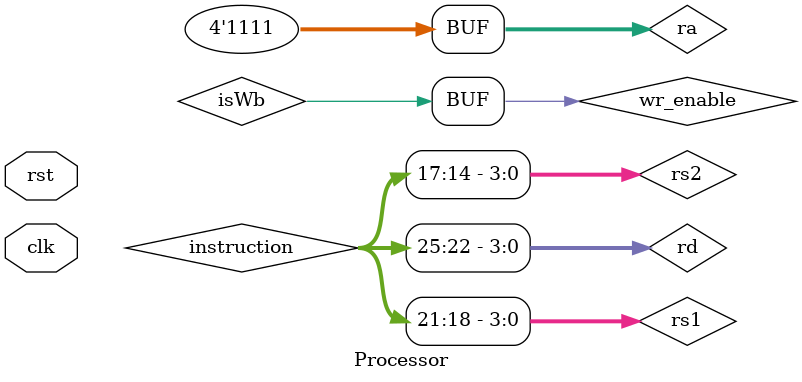
<source format=v>
module Processor (
  input  wire clk,
  input  wire rst
);
  // Fetch
  wire        isBranchTaken;
  wire [31:0] branchPC, instruction, pc;

  instructionfetch IF (
    .clk(clk), .rst(rst),
    .isbranchtaken(isBranchTaken),
    .branchpc(branchPC),
    .instruct(instruction),
    .lo(pc)
  );

  // Control
  wire isSt, isLd, isBeq, isBgt, isRet;
  wire isImmediate, isWb, isUbranch, isCall;
  wire isAdd, isSub, isCmp;
  wire isMul, isDiv, isMod;
  wire isLsl, isLsr, isAsr;
  wire isOr, isAnd, isNot, isMov;
  control_unit CU (
    .inst(instruction),
    .isSt(isSt), .isLd(isLd), .isBeq(isBeq), .isBgt(isBgt), .isRet(isRet),
    .isImmediate(isImmediate), .isWb(isWb), .isUbranch(isUbranch), .isCall(isCall),
    .isAdd(isAdd), .isSub(isSub), .isCmp(isCmp),
    .isMul(isMul), .isDiv(isDiv), .isMod(isMod),
    .isLsl(isLsl), .isLsr(isLsr), .isAsr(isAsr),
    .isOr(isOr), .isAnd(isAnd), .isNot(isNot), .isMov(isMov)
  );

  // Operand Fetch
  wire [3:0] rd = instruction[25:22],
             rs1 = instruction[21:18],
             rs2  = instruction[17:14],
             ra  = 4'd15;
  wire [3:0] inp1, inp2;
  wire [31:0] outreg1, outreg2;

  OperandFetchUnit OFU (
    .isRet(isRet), .isSt(isSt),
    .rs1(rs1), .rs2(rs2), .rd(rd), .ra(ra),
    .inpregfile1(inp1), .inpregfile2(inp2)
  );

  // Register File
  wire [31:0] writedata;
  wire [3:0]  writeadd;
  wire        wr_enable = isWb;
  
  Register_file RF (
    .clock(clk), .reset(rst),
    .reg_rd1(inp1), .reg_rd2(inp2),
    .reg_rd1_out(outreg1), .reg_rd2_out(outreg2),
    .reg_wr1(writeadd), .reg_wr1_data(writedata),
    .wr1_enable(wr_enable)
  );

  // Immediate & ALU
  wire [31:0] immx, branchTarget, aluB, aluResult;
  wire cout, cmp_g, cmp_e;

  imm_gen IG (
    .inst(instruction),
    .immx(immx),
    .pc(pc),
    .branchTarget(branchTarget)
  );

  mux2x1 #(.w(32)) imm_mux (
    .a(outreg2),
    .b(immx),
    .sel(isImmediate),
    .o(aluB)
  );

  ALU alu_unit (
    .a(outreg1), .b(aluB),
    .isAdd(isAdd), .isSub(isSub), .isCmp(isCmp),
    .isMul(isMul), .isDiv(isDiv), .isMod(isMod),
    .isOr(isOr), .isNot(isNot), .isAnd(isAnd), .isMov(isMov),
    .isAsl(isLsl), .isAsr(isAsr), .isLsr(isLsr), .isLsl(isLsl),.isLd(isLd),.isSt(isSt),
    .aluResult(aluResult), .cout(cout), .cmp_g(cmp_g), .cmp_e(cmp_e)
  );
  wire ocmp_g,ocmp_e;
flag_reg flgreg(
.clk(clk),
.isCmp(isCmp),
.cmp_g(cmp_g),
.cmp_e(cmp_e),
.ocmp_e(ocmp_e),
.ocmp_g(ocmp_g)
);

  wire [1:0] flag={ocmp_g,ocmp_e};
  branchunit BU (
    .branchTarget  (branchTarget),
    .op1           (outreg1),
    .isBeq         (isBeq),
    .isBgt         (isBgt),
    .isUbranch     (isUbranch),
    .flag          (flag),
    .isRet         (isRet),
    .branchPC      (branchPC),
    .isBranchTaken (isBranchTaken),
    .isCall(isCall)
  );

  wire [31:0] ldResult;
  memoryaccessunit MAU (
    .op2(outreg2), .aluResult(aluResult),
    .isLd(isLd), .isSt(isSt),
    .clk(clk),
    .ldresult(ldResult)
  );

  regwriteback RW (
    .aluResult(aluResult),
    .ldResult(ldResult),
    .prpc(pc + 32'd4),
    .isLd(isLd), .isCall(isCall), .isWb(isWb),
    .ra(ra), .rd(rd),
    .writedata(writedata),
    .writeadd(writeadd)
  );

endmodule

</source>
